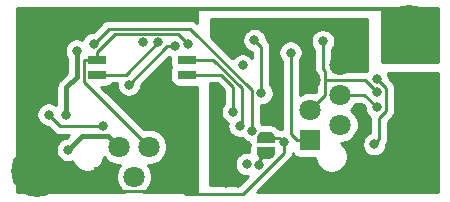
<source format=gbr>
G04 #@! TF.GenerationSoftware,KiCad,Pcbnew,5.1.5-52549c5~84~ubuntu18.04.1*
G04 #@! TF.CreationDate,2020-05-04T20:07:59+02:00*
G04 #@! TF.ProjectId,rs485_usb_adapter,72733438-355f-4757-9362-5f6164617074,rev?*
G04 #@! TF.SameCoordinates,Original*
G04 #@! TF.FileFunction,Copper,L2,Bot*
G04 #@! TF.FilePolarity,Positive*
%FSLAX46Y46*%
G04 Gerber Fmt 4.6, Leading zero omitted, Abs format (unit mm)*
G04 Created by KiCad (PCBNEW 5.1.5-52549c5~84~ubuntu18.04.1) date 2020-05-04 20:07:59*
%MOMM*%
%LPD*%
G04 APERTURE LIST*
%ADD10C,4.400000*%
%ADD11C,1.800000*%
%ADD12R,1.800000X1.800000*%
%ADD13C,0.100000*%
%ADD14R,1.600000X0.760000*%
%ADD15C,0.800000*%
%ADD16C,0.250000*%
%ADD17C,0.400000*%
%ADD18C,0.254000*%
G04 APERTURE END LIST*
D10*
X147500000Y-97400000D03*
X179000000Y-85500000D03*
D11*
X173210000Y-88390000D03*
X170670000Y-89660000D03*
D12*
X170670000Y-94740000D03*
D11*
X173210000Y-93470000D03*
X170670000Y-92200000D03*
X173210000Y-90930000D03*
G04 #@! TA.AperFunction,SMDPad,CuDef*
D13*
G36*
X167650000Y-95350000D02*
G01*
X167650000Y-95850000D01*
X167649398Y-95850000D01*
X167649398Y-95874534D01*
X167644588Y-95923365D01*
X167635016Y-95971490D01*
X167620772Y-96018445D01*
X167601995Y-96063778D01*
X167578864Y-96107051D01*
X167551604Y-96147850D01*
X167520476Y-96185779D01*
X167485779Y-96220476D01*
X167447850Y-96251604D01*
X167407051Y-96278864D01*
X167363778Y-96301995D01*
X167318445Y-96320772D01*
X167271490Y-96335016D01*
X167223365Y-96344588D01*
X167174534Y-96349398D01*
X167150000Y-96349398D01*
X167150000Y-96350000D01*
X166650000Y-96350000D01*
X166650000Y-96349398D01*
X166625466Y-96349398D01*
X166576635Y-96344588D01*
X166528510Y-96335016D01*
X166481555Y-96320772D01*
X166436222Y-96301995D01*
X166392949Y-96278864D01*
X166352150Y-96251604D01*
X166314221Y-96220476D01*
X166279524Y-96185779D01*
X166248396Y-96147850D01*
X166221136Y-96107051D01*
X166198005Y-96063778D01*
X166179228Y-96018445D01*
X166164984Y-95971490D01*
X166155412Y-95923365D01*
X166150602Y-95874534D01*
X166150602Y-95850000D01*
X166150000Y-95850000D01*
X166150000Y-95350000D01*
X167650000Y-95350000D01*
G37*
G04 #@! TD.AperFunction*
G04 #@! TA.AperFunction,SMDPad,CuDef*
G36*
X166150602Y-94550000D02*
G01*
X166150602Y-94525466D01*
X166155412Y-94476635D01*
X166164984Y-94428510D01*
X166179228Y-94381555D01*
X166198005Y-94336222D01*
X166221136Y-94292949D01*
X166248396Y-94252150D01*
X166279524Y-94214221D01*
X166314221Y-94179524D01*
X166352150Y-94148396D01*
X166392949Y-94121136D01*
X166436222Y-94098005D01*
X166481555Y-94079228D01*
X166528510Y-94064984D01*
X166576635Y-94055412D01*
X166625466Y-94050602D01*
X166650000Y-94050602D01*
X166650000Y-94050000D01*
X167150000Y-94050000D01*
X167150000Y-94050602D01*
X167174534Y-94050602D01*
X167223365Y-94055412D01*
X167271490Y-94064984D01*
X167318445Y-94079228D01*
X167363778Y-94098005D01*
X167407051Y-94121136D01*
X167447850Y-94148396D01*
X167485779Y-94179524D01*
X167520476Y-94214221D01*
X167551604Y-94252150D01*
X167578864Y-94292949D01*
X167601995Y-94336222D01*
X167620772Y-94381555D01*
X167635016Y-94428510D01*
X167644588Y-94476635D01*
X167649398Y-94525466D01*
X167649398Y-94550000D01*
X167650000Y-94550000D01*
X167650000Y-95050000D01*
X166150000Y-95050000D01*
X166150000Y-94550000D01*
X166150602Y-94550000D01*
G37*
G04 #@! TD.AperFunction*
D12*
X153195000Y-97870000D03*
D11*
X154465000Y-95330000D03*
X155735000Y-97870000D03*
X157005000Y-95330000D03*
D14*
X152630000Y-89215000D03*
X160250000Y-87945000D03*
X152630000Y-87945000D03*
X160250000Y-89215000D03*
D15*
X175040000Y-93010000D03*
X153100000Y-93600000D03*
X148500000Y-92600000D03*
X165300000Y-96800000D03*
X159220000Y-86820000D03*
X155300000Y-90073002D03*
X164930000Y-88440000D03*
X162600000Y-92700000D03*
X162600000Y-91800000D03*
X162600000Y-90900000D03*
X162500000Y-96200000D03*
X162500000Y-97300000D03*
X162500000Y-98300000D03*
X163500000Y-98400000D03*
X164500000Y-98400000D03*
X167800000Y-98400000D03*
X168800000Y-98400000D03*
X169800000Y-98400000D03*
X172900000Y-98400000D03*
X174100000Y-98400000D03*
X175100000Y-98100000D03*
X175100000Y-97100000D03*
X175100000Y-96100000D03*
X175100000Y-86900000D03*
X175100000Y-85800000D03*
X174400000Y-84900000D03*
X173400000Y-84900000D03*
X170400000Y-84900000D03*
X169400000Y-84900000D03*
X162600000Y-86000000D03*
X162800000Y-84870000D03*
X163875000Y-84870000D03*
X164900000Y-84900000D03*
X167300000Y-84870000D03*
X168300000Y-84870000D03*
X171400000Y-84900000D03*
X171900000Y-98400000D03*
X170800000Y-98400000D03*
X175020000Y-92050000D03*
X160320000Y-86620000D03*
X157800000Y-86500000D03*
X165700000Y-93970000D03*
X152309847Y-86609847D03*
X176300000Y-92000000D03*
X171730000Y-86400000D03*
X176340000Y-90730000D03*
X169000000Y-87360000D03*
X176280000Y-89570000D03*
X176080000Y-95110000D03*
X166300000Y-96900000D03*
X150900000Y-87200000D03*
X150000000Y-92600000D03*
X150165685Y-95600000D03*
X156500000Y-86500000D03*
X158700000Y-90798002D03*
X159200000Y-98400000D03*
X166520000Y-90790000D03*
X165930000Y-86300000D03*
X168430000Y-94970000D03*
X159070000Y-94560000D03*
X164680000Y-93550000D03*
X164120000Y-92370000D03*
D16*
X153100000Y-93600000D02*
X149500000Y-93600000D01*
X149500000Y-93600000D02*
X148500000Y-92600000D01*
X165400000Y-96700000D02*
X165300000Y-96800000D01*
X159220000Y-86820000D02*
X158553002Y-86820000D01*
X158553002Y-86820000D02*
X155300000Y-90073002D01*
X175040000Y-96040000D02*
X175100000Y-96100000D01*
X175040000Y-93010000D02*
X175040000Y-96040000D01*
X156105001Y-94430001D02*
X157005000Y-95330000D01*
X151504999Y-89829999D02*
X156105001Y-94430001D01*
X151504999Y-88020001D02*
X151504999Y-89829999D01*
X151580000Y-87945000D02*
X151504999Y-88020001D01*
X152630000Y-87945000D02*
X151580000Y-87945000D01*
X152630000Y-87315000D02*
X152630000Y-87945000D01*
X154170001Y-85774999D02*
X152630000Y-87315000D01*
X159474999Y-85774999D02*
X154170001Y-85774999D01*
X160320000Y-86620000D02*
X159474999Y-85774999D01*
X155085000Y-89215000D02*
X152630000Y-89215000D01*
X157800000Y-86500000D02*
X155085000Y-89215000D01*
X165700000Y-93404315D02*
X165700000Y-93970000D01*
X165700000Y-90557180D02*
X165700000Y-93404315D01*
X160467809Y-85324989D02*
X165700000Y-90557180D01*
X153594705Y-85324989D02*
X160467809Y-85324989D01*
X152309847Y-86609847D02*
X153594705Y-85324989D01*
X173210000Y-90930000D02*
X175230000Y-90930000D01*
X175230000Y-90930000D02*
X176300000Y-92000000D01*
X171895001Y-90974999D02*
X171569999Y-91300001D01*
X171730000Y-88723002D02*
X171895001Y-88888003D01*
X171569999Y-91300001D02*
X170670000Y-92200000D01*
X171730000Y-86400000D02*
X171730000Y-88723002D01*
X175314999Y-89704999D02*
X176340000Y-90730000D01*
X171895001Y-89825001D02*
X172015003Y-89704999D01*
X172015003Y-89704999D02*
X175314999Y-89704999D01*
X171895001Y-89825001D02*
X171895001Y-90974999D01*
X171895001Y-88888003D02*
X171895001Y-89825001D01*
X169520000Y-94740000D02*
X170670000Y-94740000D01*
X169000000Y-94220000D02*
X169520000Y-94740000D01*
X169000000Y-87360000D02*
X169000000Y-94220000D01*
X177065001Y-90355001D02*
X176280000Y-89570000D01*
X177065001Y-92308001D02*
X177065001Y-90355001D01*
X176479999Y-92893003D02*
X177065001Y-92308001D01*
X176479999Y-94710001D02*
X176479999Y-92893003D01*
X176080000Y-95110000D02*
X176479999Y-94710001D01*
X166300000Y-96450000D02*
X166900000Y-95850000D01*
X166300000Y-96900000D02*
X166300000Y-96450000D01*
D17*
X150000000Y-90300000D02*
X150900000Y-89400000D01*
X150000000Y-92600000D02*
X150000000Y-90300000D01*
X150900000Y-87200000D02*
X150900000Y-89400000D01*
X153565001Y-94430001D02*
X154465000Y-95330000D01*
X151335684Y-94430001D02*
X153565001Y-94430001D01*
X150579999Y-95200001D02*
X151330000Y-94450000D01*
X150165685Y-95600000D02*
X150565684Y-95200001D01*
X150565684Y-95200001D02*
X150579999Y-95200001D01*
X151330000Y-94450000D02*
X151335684Y-94430001D01*
D16*
X159099999Y-91198001D02*
X158700000Y-90798002D01*
X159100000Y-94400000D02*
X159099999Y-91198001D01*
X160100000Y-99300000D02*
X159200000Y-98400000D01*
X158504999Y-99095001D02*
X158800001Y-98799999D01*
X152306270Y-99095001D02*
X158504999Y-99095001D01*
X150611269Y-97400000D02*
X152306270Y-99095001D01*
X158800001Y-98799999D02*
X159200000Y-98400000D01*
X147500000Y-97400000D02*
X150611269Y-97400000D01*
X166520000Y-90790000D02*
X166520000Y-86890000D01*
X166520000Y-86890000D02*
X165930000Y-86300000D01*
X168010000Y-94550000D02*
X168430000Y-94970000D01*
X166900000Y-94550000D02*
X168010000Y-94550000D01*
X164983002Y-99290000D02*
X160120000Y-99290000D01*
X168430000Y-94970000D02*
X168430000Y-95843002D01*
X164973002Y-99300000D02*
X160120000Y-99290000D01*
X168430000Y-95843002D02*
X164983002Y-99290000D01*
X160120000Y-99290000D02*
X160100000Y-99300000D01*
X161300000Y-87945000D02*
X160250000Y-87945000D01*
X164845001Y-90338591D02*
X162451410Y-87945000D01*
X162451410Y-87945000D02*
X161300000Y-87945000D01*
X164845001Y-93384999D02*
X164845001Y-90338591D01*
X164680000Y-93550000D02*
X164845001Y-93384999D01*
X164120000Y-92370000D02*
X164120000Y-90250000D01*
X163085000Y-89215000D02*
X160250000Y-89215000D01*
X164120000Y-90250000D02*
X163085000Y-89215000D01*
D18*
G36*
X158729744Y-87737205D02*
G01*
X158811928Y-87771247D01*
X158811928Y-88325000D01*
X158824188Y-88449482D01*
X158860498Y-88569180D01*
X158866282Y-88580000D01*
X158860498Y-88590820D01*
X158824188Y-88710518D01*
X158811928Y-88835000D01*
X158811928Y-89595000D01*
X158824188Y-89719482D01*
X158860498Y-89839180D01*
X158919463Y-89949494D01*
X158998815Y-90046185D01*
X159095506Y-90125537D01*
X159205820Y-90184502D01*
X159325518Y-90220812D01*
X159450000Y-90233072D01*
X161050000Y-90233072D01*
X161073000Y-90230807D01*
X161073000Y-99190000D01*
X156522407Y-99190000D01*
X156713505Y-99062312D01*
X156927312Y-98848505D01*
X157095299Y-98597095D01*
X157211011Y-98317743D01*
X157270000Y-98021184D01*
X157270000Y-97718816D01*
X157211011Y-97422257D01*
X157095299Y-97142905D01*
X156927312Y-96891495D01*
X156900817Y-96865000D01*
X157156184Y-96865000D01*
X157452743Y-96806011D01*
X157732095Y-96690299D01*
X157983505Y-96522312D01*
X158197312Y-96308505D01*
X158365299Y-96057095D01*
X158481011Y-95777743D01*
X158540000Y-95481184D01*
X158540000Y-95178816D01*
X158481011Y-94882257D01*
X158365299Y-94602905D01*
X158197312Y-94351495D01*
X157983505Y-94137688D01*
X157732095Y-93969701D01*
X157452743Y-93853989D01*
X157156184Y-93795000D01*
X156853816Y-93795000D01*
X156596071Y-93846269D01*
X152982873Y-90233072D01*
X153430000Y-90233072D01*
X153554482Y-90220812D01*
X153674180Y-90184502D01*
X153784494Y-90125537D01*
X153881185Y-90046185D01*
X153939605Y-89975000D01*
X154265000Y-89975000D01*
X154265000Y-90174941D01*
X154304774Y-90374900D01*
X154382795Y-90563258D01*
X154496063Y-90732776D01*
X154640226Y-90876939D01*
X154809744Y-90990207D01*
X154998102Y-91068228D01*
X155198061Y-91108002D01*
X155401939Y-91108002D01*
X155601898Y-91068228D01*
X155790256Y-90990207D01*
X155959774Y-90876939D01*
X156103937Y-90732776D01*
X156217205Y-90563258D01*
X156295226Y-90374900D01*
X156335000Y-90174941D01*
X156335000Y-90112803D01*
X158718267Y-87729537D01*
X158729744Y-87737205D01*
G37*
X158729744Y-87737205D02*
X158811928Y-87771247D01*
X158811928Y-88325000D01*
X158824188Y-88449482D01*
X158860498Y-88569180D01*
X158866282Y-88580000D01*
X158860498Y-88590820D01*
X158824188Y-88710518D01*
X158811928Y-88835000D01*
X158811928Y-89595000D01*
X158824188Y-89719482D01*
X158860498Y-89839180D01*
X158919463Y-89949494D01*
X158998815Y-90046185D01*
X159095506Y-90125537D01*
X159205820Y-90184502D01*
X159325518Y-90220812D01*
X159450000Y-90233072D01*
X161050000Y-90233072D01*
X161073000Y-90230807D01*
X161073000Y-99190000D01*
X156522407Y-99190000D01*
X156713505Y-99062312D01*
X156927312Y-98848505D01*
X157095299Y-98597095D01*
X157211011Y-98317743D01*
X157270000Y-98021184D01*
X157270000Y-97718816D01*
X157211011Y-97422257D01*
X157095299Y-97142905D01*
X156927312Y-96891495D01*
X156900817Y-96865000D01*
X157156184Y-96865000D01*
X157452743Y-96806011D01*
X157732095Y-96690299D01*
X157983505Y-96522312D01*
X158197312Y-96308505D01*
X158365299Y-96057095D01*
X158481011Y-95777743D01*
X158540000Y-95481184D01*
X158540000Y-95178816D01*
X158481011Y-94882257D01*
X158365299Y-94602905D01*
X158197312Y-94351495D01*
X157983505Y-94137688D01*
X157732095Y-93969701D01*
X157452743Y-93853989D01*
X157156184Y-93795000D01*
X156853816Y-93795000D01*
X156596071Y-93846269D01*
X152982873Y-90233072D01*
X153430000Y-90233072D01*
X153554482Y-90220812D01*
X153674180Y-90184502D01*
X153784494Y-90125537D01*
X153881185Y-90046185D01*
X153939605Y-89975000D01*
X154265000Y-89975000D01*
X154265000Y-90174941D01*
X154304774Y-90374900D01*
X154382795Y-90563258D01*
X154496063Y-90732776D01*
X154640226Y-90876939D01*
X154809744Y-90990207D01*
X154998102Y-91068228D01*
X155198061Y-91108002D01*
X155401939Y-91108002D01*
X155601898Y-91068228D01*
X155790256Y-90990207D01*
X155959774Y-90876939D01*
X156103937Y-90732776D01*
X156217205Y-90563258D01*
X156295226Y-90374900D01*
X156335000Y-90174941D01*
X156335000Y-90112803D01*
X158718267Y-87729537D01*
X158729744Y-87737205D01*
G36*
X181490000Y-88173000D02*
G01*
X176727000Y-88173000D01*
X176727000Y-83800000D01*
X176724560Y-83775224D01*
X176717333Y-83751399D01*
X176705597Y-83729443D01*
X176689803Y-83710197D01*
X176670557Y-83694403D01*
X176648601Y-83682667D01*
X176624776Y-83675440D01*
X176600000Y-83673000D01*
X161200000Y-83673000D01*
X161175224Y-83675440D01*
X161151399Y-83682667D01*
X161129443Y-83694403D01*
X161110197Y-83710197D01*
X161094403Y-83729443D01*
X161082667Y-83751399D01*
X161075440Y-83775224D01*
X161073000Y-83800000D01*
X161073000Y-84855379D01*
X161031613Y-84813992D01*
X161007810Y-84784988D01*
X160892085Y-84690015D01*
X160760056Y-84619443D01*
X160616795Y-84575986D01*
X160505142Y-84564989D01*
X160505131Y-84564989D01*
X160467809Y-84561313D01*
X160430487Y-84564989D01*
X153632038Y-84564989D01*
X153594705Y-84561312D01*
X153557372Y-84564989D01*
X153445719Y-84575986D01*
X153302458Y-84619443D01*
X153170429Y-84690015D01*
X153054704Y-84784988D01*
X153030906Y-84813986D01*
X152270046Y-85574847D01*
X152207908Y-85574847D01*
X152007949Y-85614621D01*
X151819591Y-85692642D01*
X151650073Y-85805910D01*
X151505910Y-85950073D01*
X151392642Y-86119591D01*
X151334591Y-86259738D01*
X151201898Y-86204774D01*
X151001939Y-86165000D01*
X150798061Y-86165000D01*
X150598102Y-86204774D01*
X150409744Y-86282795D01*
X150240226Y-86396063D01*
X150096063Y-86540226D01*
X149982795Y-86709744D01*
X149904774Y-86898102D01*
X149865000Y-87098061D01*
X149865000Y-87301939D01*
X149904774Y-87501898D01*
X149982795Y-87690256D01*
X150065000Y-87813285D01*
X150065001Y-89054131D01*
X149438574Y-89680559D01*
X149406710Y-89706709D01*
X149345941Y-89780756D01*
X149302364Y-89833855D01*
X149224828Y-89978914D01*
X149177082Y-90136312D01*
X149160960Y-90300000D01*
X149165001Y-90341028D01*
X149165000Y-91801289D01*
X149159774Y-91796063D01*
X148990256Y-91682795D01*
X148801898Y-91604774D01*
X148601939Y-91565000D01*
X148398061Y-91565000D01*
X148198102Y-91604774D01*
X148009744Y-91682795D01*
X147840226Y-91796063D01*
X147696063Y-91940226D01*
X147582795Y-92109744D01*
X147504774Y-92298102D01*
X147465000Y-92498061D01*
X147465000Y-92701939D01*
X147504774Y-92901898D01*
X147582795Y-93090256D01*
X147696063Y-93259774D01*
X147840226Y-93403937D01*
X148009744Y-93517205D01*
X148198102Y-93595226D01*
X148398061Y-93635000D01*
X148460199Y-93635000D01*
X148936201Y-94111003D01*
X148959999Y-94140001D01*
X148988997Y-94163799D01*
X149075724Y-94234974D01*
X149207753Y-94305546D01*
X149351014Y-94349003D01*
X149500000Y-94363677D01*
X149537333Y-94360000D01*
X150239132Y-94360000D01*
X150084089Y-94515043D01*
X150010251Y-94575641D01*
X149863787Y-94604774D01*
X149675429Y-94682795D01*
X149505911Y-94796063D01*
X149361748Y-94940226D01*
X149248480Y-95109744D01*
X149170459Y-95298102D01*
X149130685Y-95498061D01*
X149130685Y-95701939D01*
X149170459Y-95901898D01*
X149248480Y-96090256D01*
X149361748Y-96259774D01*
X149505911Y-96403937D01*
X149675429Y-96517205D01*
X149863787Y-96595226D01*
X150063746Y-96635000D01*
X150267624Y-96635000D01*
X150467583Y-96595226D01*
X150506680Y-96579031D01*
X150567584Y-96726067D01*
X150719161Y-96952918D01*
X150912082Y-97145839D01*
X151138933Y-97297416D01*
X151390996Y-97401824D01*
X151658584Y-97455050D01*
X151931416Y-97455050D01*
X152199004Y-97401824D01*
X152451067Y-97297416D01*
X152677918Y-97145839D01*
X152870839Y-96952918D01*
X153022416Y-96726067D01*
X153126824Y-96474004D01*
X153180050Y-96206416D01*
X153180050Y-96169863D01*
X153272688Y-96308505D01*
X153486495Y-96522312D01*
X153737905Y-96690299D01*
X154017257Y-96806011D01*
X154313816Y-96865000D01*
X154569183Y-96865000D01*
X154542688Y-96891495D01*
X154374701Y-97142905D01*
X154258989Y-97422257D01*
X154200000Y-97718816D01*
X154200000Y-98021184D01*
X154258989Y-98317743D01*
X154374701Y-98597095D01*
X154542688Y-98848505D01*
X154756495Y-99062312D01*
X154947593Y-99190000D01*
X145810000Y-99190000D01*
X145810000Y-83610000D01*
X181490000Y-83610000D01*
X181490000Y-88173000D01*
G37*
X181490000Y-88173000D02*
X176727000Y-88173000D01*
X176727000Y-83800000D01*
X176724560Y-83775224D01*
X176717333Y-83751399D01*
X176705597Y-83729443D01*
X176689803Y-83710197D01*
X176670557Y-83694403D01*
X176648601Y-83682667D01*
X176624776Y-83675440D01*
X176600000Y-83673000D01*
X161200000Y-83673000D01*
X161175224Y-83675440D01*
X161151399Y-83682667D01*
X161129443Y-83694403D01*
X161110197Y-83710197D01*
X161094403Y-83729443D01*
X161082667Y-83751399D01*
X161075440Y-83775224D01*
X161073000Y-83800000D01*
X161073000Y-84855379D01*
X161031613Y-84813992D01*
X161007810Y-84784988D01*
X160892085Y-84690015D01*
X160760056Y-84619443D01*
X160616795Y-84575986D01*
X160505142Y-84564989D01*
X160505131Y-84564989D01*
X160467809Y-84561313D01*
X160430487Y-84564989D01*
X153632038Y-84564989D01*
X153594705Y-84561312D01*
X153557372Y-84564989D01*
X153445719Y-84575986D01*
X153302458Y-84619443D01*
X153170429Y-84690015D01*
X153054704Y-84784988D01*
X153030906Y-84813986D01*
X152270046Y-85574847D01*
X152207908Y-85574847D01*
X152007949Y-85614621D01*
X151819591Y-85692642D01*
X151650073Y-85805910D01*
X151505910Y-85950073D01*
X151392642Y-86119591D01*
X151334591Y-86259738D01*
X151201898Y-86204774D01*
X151001939Y-86165000D01*
X150798061Y-86165000D01*
X150598102Y-86204774D01*
X150409744Y-86282795D01*
X150240226Y-86396063D01*
X150096063Y-86540226D01*
X149982795Y-86709744D01*
X149904774Y-86898102D01*
X149865000Y-87098061D01*
X149865000Y-87301939D01*
X149904774Y-87501898D01*
X149982795Y-87690256D01*
X150065000Y-87813285D01*
X150065001Y-89054131D01*
X149438574Y-89680559D01*
X149406710Y-89706709D01*
X149345941Y-89780756D01*
X149302364Y-89833855D01*
X149224828Y-89978914D01*
X149177082Y-90136312D01*
X149160960Y-90300000D01*
X149165001Y-90341028D01*
X149165000Y-91801289D01*
X149159774Y-91796063D01*
X148990256Y-91682795D01*
X148801898Y-91604774D01*
X148601939Y-91565000D01*
X148398061Y-91565000D01*
X148198102Y-91604774D01*
X148009744Y-91682795D01*
X147840226Y-91796063D01*
X147696063Y-91940226D01*
X147582795Y-92109744D01*
X147504774Y-92298102D01*
X147465000Y-92498061D01*
X147465000Y-92701939D01*
X147504774Y-92901898D01*
X147582795Y-93090256D01*
X147696063Y-93259774D01*
X147840226Y-93403937D01*
X148009744Y-93517205D01*
X148198102Y-93595226D01*
X148398061Y-93635000D01*
X148460199Y-93635000D01*
X148936201Y-94111003D01*
X148959999Y-94140001D01*
X148988997Y-94163799D01*
X149075724Y-94234974D01*
X149207753Y-94305546D01*
X149351014Y-94349003D01*
X149500000Y-94363677D01*
X149537333Y-94360000D01*
X150239132Y-94360000D01*
X150084089Y-94515043D01*
X150010251Y-94575641D01*
X149863787Y-94604774D01*
X149675429Y-94682795D01*
X149505911Y-94796063D01*
X149361748Y-94940226D01*
X149248480Y-95109744D01*
X149170459Y-95298102D01*
X149130685Y-95498061D01*
X149130685Y-95701939D01*
X149170459Y-95901898D01*
X149248480Y-96090256D01*
X149361748Y-96259774D01*
X149505911Y-96403937D01*
X149675429Y-96517205D01*
X149863787Y-96595226D01*
X150063746Y-96635000D01*
X150267624Y-96635000D01*
X150467583Y-96595226D01*
X150506680Y-96579031D01*
X150567584Y-96726067D01*
X150719161Y-96952918D01*
X150912082Y-97145839D01*
X151138933Y-97297416D01*
X151390996Y-97401824D01*
X151658584Y-97455050D01*
X151931416Y-97455050D01*
X152199004Y-97401824D01*
X152451067Y-97297416D01*
X152677918Y-97145839D01*
X152870839Y-96952918D01*
X153022416Y-96726067D01*
X153126824Y-96474004D01*
X153180050Y-96206416D01*
X153180050Y-96169863D01*
X153272688Y-96308505D01*
X153486495Y-96522312D01*
X153737905Y-96690299D01*
X154017257Y-96806011D01*
X154313816Y-96865000D01*
X154569183Y-96865000D01*
X154542688Y-96891495D01*
X154374701Y-97142905D01*
X154258989Y-97422257D01*
X154200000Y-97718816D01*
X154200000Y-98021184D01*
X154258989Y-98317743D01*
X154374701Y-98597095D01*
X154542688Y-98848505D01*
X154756495Y-99062312D01*
X154947593Y-99190000D01*
X145810000Y-99190000D01*
X145810000Y-83610000D01*
X181490000Y-83610000D01*
X181490000Y-88173000D01*
G36*
X181490001Y-99190000D02*
G01*
X166157803Y-99190000D01*
X168941003Y-96406801D01*
X168970001Y-96383003D01*
X169064974Y-96267278D01*
X169135546Y-96135249D01*
X169179003Y-95991988D01*
X169188202Y-95898593D01*
X169239463Y-95994494D01*
X169318815Y-96091185D01*
X169415506Y-96170537D01*
X169525820Y-96229502D01*
X169645518Y-96265812D01*
X169770000Y-96278072D01*
X171085279Y-96278072D01*
X171138176Y-96544004D01*
X171242584Y-96796067D01*
X171394161Y-97022918D01*
X171587082Y-97215839D01*
X171813933Y-97367416D01*
X172065996Y-97471824D01*
X172333584Y-97525050D01*
X172606416Y-97525050D01*
X172874004Y-97471824D01*
X173126067Y-97367416D01*
X173352918Y-97215839D01*
X173545839Y-97022918D01*
X173697416Y-96796067D01*
X173801824Y-96544004D01*
X173855050Y-96276416D01*
X173855050Y-96003584D01*
X173801824Y-95735996D01*
X173697416Y-95483933D01*
X173545839Y-95257082D01*
X173352918Y-95064161D01*
X173264377Y-95005000D01*
X173361184Y-95005000D01*
X173657743Y-94946011D01*
X173937095Y-94830299D01*
X174188505Y-94662312D01*
X174402312Y-94448505D01*
X174570299Y-94197095D01*
X174686011Y-93917743D01*
X174745000Y-93621184D01*
X174745000Y-93318816D01*
X174686011Y-93022257D01*
X174570299Y-92742905D01*
X174402312Y-92491495D01*
X174188505Y-92277688D01*
X174072237Y-92200000D01*
X174188505Y-92122312D01*
X174402312Y-91908505D01*
X174548313Y-91690000D01*
X174915199Y-91690000D01*
X175265000Y-92039802D01*
X175265000Y-92101939D01*
X175304774Y-92301898D01*
X175382795Y-92490256D01*
X175496063Y-92659774D01*
X175640226Y-92803937D01*
X175719855Y-92857143D01*
X175716323Y-92893003D01*
X175720000Y-92930335D01*
X175719999Y-94138841D01*
X175589744Y-94192795D01*
X175420226Y-94306063D01*
X175276063Y-94450226D01*
X175162795Y-94619744D01*
X175084774Y-94808102D01*
X175045000Y-95008061D01*
X175045000Y-95211939D01*
X175084774Y-95411898D01*
X175162795Y-95600256D01*
X175276063Y-95769774D01*
X175420226Y-95913937D01*
X175589744Y-96027205D01*
X175778102Y-96105226D01*
X175978061Y-96145000D01*
X176181939Y-96145000D01*
X176381898Y-96105226D01*
X176570256Y-96027205D01*
X176739774Y-95913937D01*
X176883937Y-95769774D01*
X176997205Y-95600256D01*
X177075226Y-95411898D01*
X177115000Y-95211939D01*
X177115000Y-95134226D01*
X177185545Y-95002248D01*
X177229002Y-94858987D01*
X177239999Y-94747334D01*
X177239999Y-94747324D01*
X177243675Y-94710002D01*
X177239999Y-94672679D01*
X177239999Y-93207804D01*
X177576005Y-92871799D01*
X177605002Y-92848002D01*
X177699975Y-92732277D01*
X177770547Y-92600248D01*
X177814004Y-92456987D01*
X177825001Y-92345334D01*
X177825001Y-92345326D01*
X177828677Y-92308001D01*
X177825001Y-92270676D01*
X177825001Y-90392323D01*
X177828677Y-90355000D01*
X177825001Y-90317677D01*
X177825001Y-90317668D01*
X177814004Y-90206015D01*
X177770547Y-90062754D01*
X177733944Y-89994276D01*
X177699975Y-89930724D01*
X177628800Y-89843998D01*
X177605002Y-89815000D01*
X177576003Y-89791202D01*
X177315000Y-89530198D01*
X177315000Y-89468061D01*
X177275226Y-89268102D01*
X177216779Y-89127000D01*
X181490000Y-89127000D01*
X181490001Y-99190000D01*
G37*
X181490001Y-99190000D02*
X166157803Y-99190000D01*
X168941003Y-96406801D01*
X168970001Y-96383003D01*
X169064974Y-96267278D01*
X169135546Y-96135249D01*
X169179003Y-95991988D01*
X169188202Y-95898593D01*
X169239463Y-95994494D01*
X169318815Y-96091185D01*
X169415506Y-96170537D01*
X169525820Y-96229502D01*
X169645518Y-96265812D01*
X169770000Y-96278072D01*
X171085279Y-96278072D01*
X171138176Y-96544004D01*
X171242584Y-96796067D01*
X171394161Y-97022918D01*
X171587082Y-97215839D01*
X171813933Y-97367416D01*
X172065996Y-97471824D01*
X172333584Y-97525050D01*
X172606416Y-97525050D01*
X172874004Y-97471824D01*
X173126067Y-97367416D01*
X173352918Y-97215839D01*
X173545839Y-97022918D01*
X173697416Y-96796067D01*
X173801824Y-96544004D01*
X173855050Y-96276416D01*
X173855050Y-96003584D01*
X173801824Y-95735996D01*
X173697416Y-95483933D01*
X173545839Y-95257082D01*
X173352918Y-95064161D01*
X173264377Y-95005000D01*
X173361184Y-95005000D01*
X173657743Y-94946011D01*
X173937095Y-94830299D01*
X174188505Y-94662312D01*
X174402312Y-94448505D01*
X174570299Y-94197095D01*
X174686011Y-93917743D01*
X174745000Y-93621184D01*
X174745000Y-93318816D01*
X174686011Y-93022257D01*
X174570299Y-92742905D01*
X174402312Y-92491495D01*
X174188505Y-92277688D01*
X174072237Y-92200000D01*
X174188505Y-92122312D01*
X174402312Y-91908505D01*
X174548313Y-91690000D01*
X174915199Y-91690000D01*
X175265000Y-92039802D01*
X175265000Y-92101939D01*
X175304774Y-92301898D01*
X175382795Y-92490256D01*
X175496063Y-92659774D01*
X175640226Y-92803937D01*
X175719855Y-92857143D01*
X175716323Y-92893003D01*
X175720000Y-92930335D01*
X175719999Y-94138841D01*
X175589744Y-94192795D01*
X175420226Y-94306063D01*
X175276063Y-94450226D01*
X175162795Y-94619744D01*
X175084774Y-94808102D01*
X175045000Y-95008061D01*
X175045000Y-95211939D01*
X175084774Y-95411898D01*
X175162795Y-95600256D01*
X175276063Y-95769774D01*
X175420226Y-95913937D01*
X175589744Y-96027205D01*
X175778102Y-96105226D01*
X175978061Y-96145000D01*
X176181939Y-96145000D01*
X176381898Y-96105226D01*
X176570256Y-96027205D01*
X176739774Y-95913937D01*
X176883937Y-95769774D01*
X176997205Y-95600256D01*
X177075226Y-95411898D01*
X177115000Y-95211939D01*
X177115000Y-95134226D01*
X177185545Y-95002248D01*
X177229002Y-94858987D01*
X177239999Y-94747334D01*
X177239999Y-94747324D01*
X177243675Y-94710002D01*
X177239999Y-94672679D01*
X177239999Y-93207804D01*
X177576005Y-92871799D01*
X177605002Y-92848002D01*
X177699975Y-92732277D01*
X177770547Y-92600248D01*
X177814004Y-92456987D01*
X177825001Y-92345334D01*
X177825001Y-92345326D01*
X177828677Y-92308001D01*
X177825001Y-92270676D01*
X177825001Y-90392323D01*
X177828677Y-90355000D01*
X177825001Y-90317677D01*
X177825001Y-90317668D01*
X177814004Y-90206015D01*
X177770547Y-90062754D01*
X177733944Y-89994276D01*
X177699975Y-89930724D01*
X177628800Y-89843998D01*
X177605002Y-89815000D01*
X177576003Y-89791202D01*
X177315000Y-89530198D01*
X177315000Y-89468061D01*
X177275226Y-89268102D01*
X177216779Y-89127000D01*
X181490000Y-89127000D01*
X181490001Y-99190000D01*
G36*
X163360001Y-90564803D02*
G01*
X163360000Y-91666289D01*
X163316063Y-91710226D01*
X163202795Y-91879744D01*
X163124774Y-92068102D01*
X163085000Y-92268061D01*
X163085000Y-92471939D01*
X163124774Y-92671898D01*
X163202795Y-92860256D01*
X163316063Y-93029774D01*
X163460226Y-93173937D01*
X163629744Y-93287205D01*
X163673399Y-93305288D01*
X163645000Y-93448061D01*
X163645000Y-93651939D01*
X163684774Y-93851898D01*
X163762795Y-94040256D01*
X163876063Y-94209774D01*
X164020226Y-94353937D01*
X164189744Y-94467205D01*
X164378102Y-94545226D01*
X164578061Y-94585000D01*
X164781939Y-94585000D01*
X164856267Y-94570215D01*
X164896063Y-94629774D01*
X165040226Y-94773937D01*
X165209744Y-94887205D01*
X165398102Y-94965226D01*
X165511928Y-94987867D01*
X165511928Y-95050000D01*
X165524188Y-95174482D01*
X165531929Y-95200000D01*
X165524188Y-95225518D01*
X165511928Y-95350000D01*
X165511928Y-95786878D01*
X165401939Y-95765000D01*
X165198061Y-95765000D01*
X164998102Y-95804774D01*
X164809744Y-95882795D01*
X164640226Y-95996063D01*
X164496063Y-96140226D01*
X164382795Y-96309744D01*
X164304774Y-96498102D01*
X164265000Y-96698061D01*
X164265000Y-96901939D01*
X164304774Y-97101898D01*
X164382795Y-97290256D01*
X164496063Y-97459774D01*
X164640226Y-97603937D01*
X164809744Y-97717205D01*
X164998102Y-97795226D01*
X165198061Y-97835000D01*
X165363201Y-97835000D01*
X164668201Y-98530000D01*
X162180974Y-98530000D01*
X162208841Y-89975000D01*
X162770199Y-89975000D01*
X163360001Y-90564803D01*
G37*
X163360001Y-90564803D02*
X163360000Y-91666289D01*
X163316063Y-91710226D01*
X163202795Y-91879744D01*
X163124774Y-92068102D01*
X163085000Y-92268061D01*
X163085000Y-92471939D01*
X163124774Y-92671898D01*
X163202795Y-92860256D01*
X163316063Y-93029774D01*
X163460226Y-93173937D01*
X163629744Y-93287205D01*
X163673399Y-93305288D01*
X163645000Y-93448061D01*
X163645000Y-93651939D01*
X163684774Y-93851898D01*
X163762795Y-94040256D01*
X163876063Y-94209774D01*
X164020226Y-94353937D01*
X164189744Y-94467205D01*
X164378102Y-94545226D01*
X164578061Y-94585000D01*
X164781939Y-94585000D01*
X164856267Y-94570215D01*
X164896063Y-94629774D01*
X165040226Y-94773937D01*
X165209744Y-94887205D01*
X165398102Y-94965226D01*
X165511928Y-94987867D01*
X165511928Y-95050000D01*
X165524188Y-95174482D01*
X165531929Y-95200000D01*
X165524188Y-95225518D01*
X165511928Y-95350000D01*
X165511928Y-95786878D01*
X165401939Y-95765000D01*
X165198061Y-95765000D01*
X164998102Y-95804774D01*
X164809744Y-95882795D01*
X164640226Y-95996063D01*
X164496063Y-96140226D01*
X164382795Y-96309744D01*
X164304774Y-96498102D01*
X164265000Y-96698061D01*
X164265000Y-96901939D01*
X164304774Y-97101898D01*
X164382795Y-97290256D01*
X164496063Y-97459774D01*
X164640226Y-97603937D01*
X164809744Y-97717205D01*
X164998102Y-97795226D01*
X165198061Y-97835000D01*
X165363201Y-97835000D01*
X164668201Y-98530000D01*
X162180974Y-98530000D01*
X162208841Y-89975000D01*
X162770199Y-89975000D01*
X163360001Y-90564803D01*
G36*
X175473000Y-88914810D02*
G01*
X175446623Y-88954286D01*
X175352332Y-88944999D01*
X175352321Y-88944999D01*
X175314999Y-88941323D01*
X175277677Y-88944999D01*
X172655001Y-88944999D01*
X172655001Y-88925328D01*
X172658677Y-88888003D01*
X172655001Y-88850678D01*
X172655001Y-88850670D01*
X172644004Y-88739017D01*
X172600547Y-88595756D01*
X172529975Y-88463727D01*
X172490000Y-88415017D01*
X172490000Y-87103711D01*
X172533937Y-87059774D01*
X172647205Y-86890256D01*
X172725226Y-86701898D01*
X172765000Y-86501939D01*
X172765000Y-86298061D01*
X172725226Y-86098102D01*
X172647205Y-85909744D01*
X172533937Y-85740226D01*
X172389774Y-85596063D01*
X172220256Y-85482795D01*
X172031898Y-85404774D01*
X171831939Y-85365000D01*
X171628061Y-85365000D01*
X171428102Y-85404774D01*
X171239744Y-85482795D01*
X171070226Y-85596063D01*
X170926063Y-85740226D01*
X170812795Y-85909744D01*
X170734774Y-86098102D01*
X170695000Y-86298061D01*
X170695000Y-86501939D01*
X170734774Y-86701898D01*
X170812795Y-86890256D01*
X170926063Y-87059774D01*
X170970000Y-87103711D01*
X170970001Y-88685670D01*
X170966324Y-88723002D01*
X170970001Y-88760335D01*
X170978899Y-88850671D01*
X170980998Y-88871987D01*
X171024454Y-89015248D01*
X171095026Y-89147278D01*
X171130110Y-89190027D01*
X171135001Y-89195987D01*
X171135002Y-89787660D01*
X171135001Y-89787669D01*
X171135001Y-89787679D01*
X171131325Y-89825001D01*
X171135001Y-89862324D01*
X171135002Y-90660197D01*
X171078930Y-90716269D01*
X170821184Y-90665000D01*
X170518816Y-90665000D01*
X170222257Y-90723989D01*
X169942905Y-90839701D01*
X169760000Y-90961914D01*
X169760000Y-88063711D01*
X169803937Y-88019774D01*
X169917205Y-87850256D01*
X169995226Y-87661898D01*
X170035000Y-87461939D01*
X170035000Y-87258061D01*
X169995226Y-87058102D01*
X169917205Y-86869744D01*
X169803937Y-86700226D01*
X169659774Y-86556063D01*
X169490256Y-86442795D01*
X169301898Y-86364774D01*
X169101939Y-86325000D01*
X168898061Y-86325000D01*
X168698102Y-86364774D01*
X168509744Y-86442795D01*
X168340226Y-86556063D01*
X168196063Y-86700226D01*
X168082795Y-86869744D01*
X168004774Y-87058102D01*
X167965000Y-87258061D01*
X167965000Y-87461939D01*
X168004774Y-87661898D01*
X168082795Y-87850256D01*
X168196063Y-88019774D01*
X168240000Y-88063711D01*
X168240001Y-93825572D01*
X168158986Y-93800997D01*
X168047333Y-93790000D01*
X168047322Y-93790000D01*
X168010000Y-93786324D01*
X167992932Y-93788005D01*
X167987690Y-93781618D01*
X167918382Y-93712310D01*
X167821691Y-93632958D01*
X167740192Y-93578502D01*
X167629875Y-93519536D01*
X167539319Y-93482027D01*
X167419623Y-93445718D01*
X167323490Y-93426596D01*
X167199009Y-93414336D01*
X167174450Y-93414336D01*
X167150000Y-93411928D01*
X166650000Y-93411928D01*
X166625550Y-93414336D01*
X166600991Y-93414336D01*
X166575198Y-93416876D01*
X166503937Y-93310226D01*
X166460000Y-93266289D01*
X166460000Y-91825000D01*
X166621939Y-91825000D01*
X166821898Y-91785226D01*
X167010256Y-91707205D01*
X167179774Y-91593937D01*
X167323937Y-91449774D01*
X167437205Y-91280256D01*
X167515226Y-91091898D01*
X167555000Y-90891939D01*
X167555000Y-90688061D01*
X167515226Y-90488102D01*
X167437205Y-90299744D01*
X167323937Y-90130226D01*
X167280000Y-90086289D01*
X167280000Y-86927322D01*
X167283676Y-86889999D01*
X167280000Y-86852677D01*
X167280000Y-86852667D01*
X167269003Y-86741014D01*
X167225546Y-86597753D01*
X167174332Y-86501939D01*
X167154974Y-86465723D01*
X167083799Y-86378997D01*
X167060001Y-86349999D01*
X167031002Y-86326200D01*
X166965000Y-86260198D01*
X166965000Y-86198061D01*
X166925226Y-85998102D01*
X166847205Y-85809744D01*
X166733937Y-85640226D01*
X166589774Y-85496063D01*
X166420256Y-85382795D01*
X166231898Y-85304774D01*
X166031939Y-85265000D01*
X165828061Y-85265000D01*
X165628102Y-85304774D01*
X165439744Y-85382795D01*
X165270226Y-85496063D01*
X165126063Y-85640226D01*
X165012795Y-85809744D01*
X164934774Y-85998102D01*
X164895000Y-86198061D01*
X164895000Y-86401939D01*
X164934774Y-86601898D01*
X165012795Y-86790256D01*
X165126063Y-86959774D01*
X165270226Y-87103937D01*
X165439744Y-87217205D01*
X165628102Y-87295226D01*
X165760001Y-87321462D01*
X165760001Y-87819233D01*
X165733937Y-87780226D01*
X165589774Y-87636063D01*
X165420256Y-87522795D01*
X165231898Y-87444774D01*
X165031939Y-87405000D01*
X164828061Y-87405000D01*
X164628102Y-87444774D01*
X164439744Y-87522795D01*
X164270226Y-87636063D01*
X164126063Y-87780226D01*
X164074707Y-87857085D01*
X162221775Y-86004154D01*
X162226587Y-84527000D01*
X175473000Y-84527000D01*
X175473000Y-88914810D01*
G37*
X175473000Y-88914810D02*
X175446623Y-88954286D01*
X175352332Y-88944999D01*
X175352321Y-88944999D01*
X175314999Y-88941323D01*
X175277677Y-88944999D01*
X172655001Y-88944999D01*
X172655001Y-88925328D01*
X172658677Y-88888003D01*
X172655001Y-88850678D01*
X172655001Y-88850670D01*
X172644004Y-88739017D01*
X172600547Y-88595756D01*
X172529975Y-88463727D01*
X172490000Y-88415017D01*
X172490000Y-87103711D01*
X172533937Y-87059774D01*
X172647205Y-86890256D01*
X172725226Y-86701898D01*
X172765000Y-86501939D01*
X172765000Y-86298061D01*
X172725226Y-86098102D01*
X172647205Y-85909744D01*
X172533937Y-85740226D01*
X172389774Y-85596063D01*
X172220256Y-85482795D01*
X172031898Y-85404774D01*
X171831939Y-85365000D01*
X171628061Y-85365000D01*
X171428102Y-85404774D01*
X171239744Y-85482795D01*
X171070226Y-85596063D01*
X170926063Y-85740226D01*
X170812795Y-85909744D01*
X170734774Y-86098102D01*
X170695000Y-86298061D01*
X170695000Y-86501939D01*
X170734774Y-86701898D01*
X170812795Y-86890256D01*
X170926063Y-87059774D01*
X170970000Y-87103711D01*
X170970001Y-88685670D01*
X170966324Y-88723002D01*
X170970001Y-88760335D01*
X170978899Y-88850671D01*
X170980998Y-88871987D01*
X171024454Y-89015248D01*
X171095026Y-89147278D01*
X171130110Y-89190027D01*
X171135001Y-89195987D01*
X171135002Y-89787660D01*
X171135001Y-89787669D01*
X171135001Y-89787679D01*
X171131325Y-89825001D01*
X171135001Y-89862324D01*
X171135002Y-90660197D01*
X171078930Y-90716269D01*
X170821184Y-90665000D01*
X170518816Y-90665000D01*
X170222257Y-90723989D01*
X169942905Y-90839701D01*
X169760000Y-90961914D01*
X169760000Y-88063711D01*
X169803937Y-88019774D01*
X169917205Y-87850256D01*
X169995226Y-87661898D01*
X170035000Y-87461939D01*
X170035000Y-87258061D01*
X169995226Y-87058102D01*
X169917205Y-86869744D01*
X169803937Y-86700226D01*
X169659774Y-86556063D01*
X169490256Y-86442795D01*
X169301898Y-86364774D01*
X169101939Y-86325000D01*
X168898061Y-86325000D01*
X168698102Y-86364774D01*
X168509744Y-86442795D01*
X168340226Y-86556063D01*
X168196063Y-86700226D01*
X168082795Y-86869744D01*
X168004774Y-87058102D01*
X167965000Y-87258061D01*
X167965000Y-87461939D01*
X168004774Y-87661898D01*
X168082795Y-87850256D01*
X168196063Y-88019774D01*
X168240000Y-88063711D01*
X168240001Y-93825572D01*
X168158986Y-93800997D01*
X168047333Y-93790000D01*
X168047322Y-93790000D01*
X168010000Y-93786324D01*
X167992932Y-93788005D01*
X167987690Y-93781618D01*
X167918382Y-93712310D01*
X167821691Y-93632958D01*
X167740192Y-93578502D01*
X167629875Y-93519536D01*
X167539319Y-93482027D01*
X167419623Y-93445718D01*
X167323490Y-93426596D01*
X167199009Y-93414336D01*
X167174450Y-93414336D01*
X167150000Y-93411928D01*
X166650000Y-93411928D01*
X166625550Y-93414336D01*
X166600991Y-93414336D01*
X166575198Y-93416876D01*
X166503937Y-93310226D01*
X166460000Y-93266289D01*
X166460000Y-91825000D01*
X166621939Y-91825000D01*
X166821898Y-91785226D01*
X167010256Y-91707205D01*
X167179774Y-91593937D01*
X167323937Y-91449774D01*
X167437205Y-91280256D01*
X167515226Y-91091898D01*
X167555000Y-90891939D01*
X167555000Y-90688061D01*
X167515226Y-90488102D01*
X167437205Y-90299744D01*
X167323937Y-90130226D01*
X167280000Y-90086289D01*
X167280000Y-86927322D01*
X167283676Y-86889999D01*
X167280000Y-86852677D01*
X167280000Y-86852667D01*
X167269003Y-86741014D01*
X167225546Y-86597753D01*
X167174332Y-86501939D01*
X167154974Y-86465723D01*
X167083799Y-86378997D01*
X167060001Y-86349999D01*
X167031002Y-86326200D01*
X166965000Y-86260198D01*
X166965000Y-86198061D01*
X166925226Y-85998102D01*
X166847205Y-85809744D01*
X166733937Y-85640226D01*
X166589774Y-85496063D01*
X166420256Y-85382795D01*
X166231898Y-85304774D01*
X166031939Y-85265000D01*
X165828061Y-85265000D01*
X165628102Y-85304774D01*
X165439744Y-85382795D01*
X165270226Y-85496063D01*
X165126063Y-85640226D01*
X165012795Y-85809744D01*
X164934774Y-85998102D01*
X164895000Y-86198061D01*
X164895000Y-86401939D01*
X164934774Y-86601898D01*
X165012795Y-86790256D01*
X165126063Y-86959774D01*
X165270226Y-87103937D01*
X165439744Y-87217205D01*
X165628102Y-87295226D01*
X165760001Y-87321462D01*
X165760001Y-87819233D01*
X165733937Y-87780226D01*
X165589774Y-87636063D01*
X165420256Y-87522795D01*
X165231898Y-87444774D01*
X165031939Y-87405000D01*
X164828061Y-87405000D01*
X164628102Y-87444774D01*
X164439744Y-87522795D01*
X164270226Y-87636063D01*
X164126063Y-87780226D01*
X164074707Y-87857085D01*
X162221775Y-86004154D01*
X162226587Y-84527000D01*
X175473000Y-84527000D01*
X175473000Y-88914810D01*
M02*

</source>
